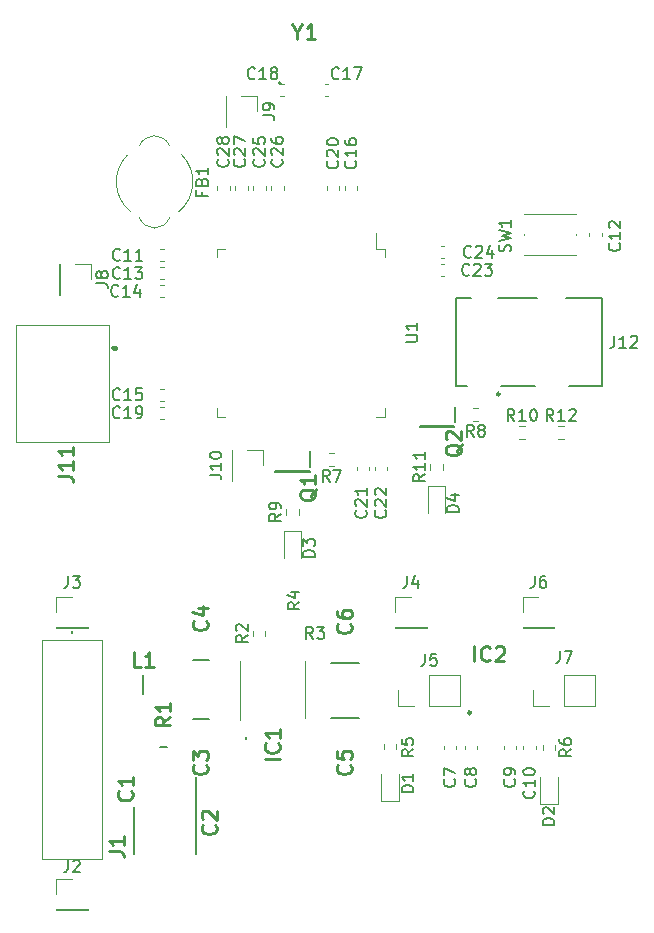
<source format=gbr>
%TF.GenerationSoftware,KiCad,Pcbnew,(5.1.9)-1*%
%TF.CreationDate,2021-03-30T23:29:10-04:00*%
%TF.ProjectId,BasicSTM32,42617369-6353-4544-9d33-322e6b696361,rev?*%
%TF.SameCoordinates,Original*%
%TF.FileFunction,Legend,Top*%
%TF.FilePolarity,Positive*%
%FSLAX46Y46*%
G04 Gerber Fmt 4.6, Leading zero omitted, Abs format (unit mm)*
G04 Created by KiCad (PCBNEW (5.1.9)-1) date 2021-03-30 23:29:10*
%MOMM*%
%LPD*%
G01*
G04 APERTURE LIST*
%ADD10C,0.100000*%
%ADD11C,0.400000*%
%ADD12C,0.120000*%
%ADD13C,0.200000*%
%ADD14C,0.127000*%
%ADD15C,0.240000*%
%ADD16C,0.254000*%
%ADD17C,0.150000*%
G04 APERTURE END LIST*
D10*
%TO.C,J11*%
X64997000Y-106248000D02*
X64997000Y-96348000D01*
X64997000Y-96348000D02*
X72847000Y-96348000D01*
X72847000Y-96348000D02*
X72847000Y-106248000D01*
X72847000Y-106248000D02*
X64997000Y-106248000D01*
D11*
X73247000Y-98298000D02*
X73247000Y-98298000D01*
X73347000Y-98298000D02*
X73347000Y-98298000D01*
X73247000Y-98298000D02*
G75*
G02*
X73347000Y-98298000I50000J0D01*
G01*
X73347000Y-98298000D02*
G75*
G02*
X73247000Y-98298000I-50000J0D01*
G01*
D12*
%TO.C,J2*%
X68393000Y-145856000D02*
X71053000Y-145856000D01*
X68393000Y-145796000D02*
X68393000Y-145856000D01*
X71053000Y-145796000D02*
X71053000Y-145856000D01*
X68393000Y-145796000D02*
X71053000Y-145796000D01*
X68393000Y-144526000D02*
X68393000Y-143196000D01*
X68393000Y-143196000D02*
X69723000Y-143196000D01*
%TO.C,C28*%
X82040000Y-84862580D02*
X82040000Y-84581420D01*
X83060000Y-84862580D02*
X83060000Y-84581420D01*
%TO.C,C27*%
X83564000Y-84849580D02*
X83564000Y-84568420D01*
X84584000Y-84849580D02*
X84584000Y-84568420D01*
D13*
%TO.C,C6*%
X93987000Y-124968000D02*
X91687000Y-124968000D01*
%TO.C,C5*%
X91687000Y-129600000D02*
X93987000Y-129600000D01*
%TO.C,C4*%
X81345000Y-124714000D02*
X79945000Y-124714000D01*
%TO.C,L1*%
X75730000Y-125946000D02*
X75730000Y-127546000D01*
%TO.C,J1*%
X69723000Y-122298000D02*
X69723000Y-122298000D01*
X69723000Y-122398000D02*
X69723000Y-122398000D01*
X69723000Y-122298000D02*
X69723000Y-122298000D01*
D10*
X72223000Y-122948000D02*
X72223000Y-141548000D01*
X67223000Y-122948000D02*
X72223000Y-122948000D01*
X67223000Y-141548000D02*
X67223000Y-122948000D01*
X72223000Y-141548000D02*
X67223000Y-141548000D01*
D13*
X69723000Y-122398000D02*
G75*
G02*
X69723000Y-122298000I0J50000D01*
G01*
X69723000Y-122298000D02*
G75*
G02*
X69723000Y-122398000I0J-50000D01*
G01*
X69723000Y-122398000D02*
G75*
G02*
X69723000Y-122298000I0J50000D01*
G01*
%TO.C,Y1*%
X87408000Y-75841000D02*
X87408000Y-75841000D01*
X87208000Y-75841000D02*
X87208000Y-75841000D01*
X87208000Y-75841000D02*
G75*
G02*
X87408000Y-75841000I100000J0D01*
G01*
X87408000Y-75841000D02*
G75*
G02*
X87208000Y-75841000I-100000J0D01*
G01*
D12*
%TO.C,U1*%
X81983000Y-103377000D02*
X81983000Y-104077000D01*
X81983000Y-104077000D02*
X82683000Y-104077000D01*
X81983000Y-90557000D02*
X81983000Y-89857000D01*
X81983000Y-89857000D02*
X82683000Y-89857000D01*
X96203000Y-103377000D02*
X96203000Y-104077000D01*
X96203000Y-104077000D02*
X95503000Y-104077000D01*
X96203000Y-90557000D02*
X96203000Y-89857000D01*
X96203000Y-89857000D02*
X95503000Y-89857000D01*
X95503000Y-89857000D02*
X95503000Y-88492000D01*
%TO.C,SW1*%
X112392600Y-88696000D02*
X112392600Y-88596000D01*
X107992600Y-90396000D02*
X112392600Y-90396000D01*
X112392600Y-86896000D02*
X107992600Y-86896000D01*
X107992600Y-88696000D02*
X107992600Y-88596000D01*
%TO.C,R12*%
X110887742Y-104887500D02*
X111362258Y-104887500D01*
X110887742Y-105932500D02*
X111362258Y-105932500D01*
%TO.C,R11*%
X100061500Y-108568258D02*
X100061500Y-108093742D01*
X101106500Y-108568258D02*
X101106500Y-108093742D01*
%TO.C,R10*%
X107585742Y-104887500D02*
X108060258Y-104887500D01*
X107585742Y-105932500D02*
X108060258Y-105932500D01*
%TO.C,R9*%
X87869500Y-112378258D02*
X87869500Y-111903742D01*
X88914500Y-112378258D02*
X88914500Y-111903742D01*
%TO.C,R8*%
X104123258Y-104408500D02*
X103648742Y-104408500D01*
X104123258Y-103363500D02*
X103648742Y-103363500D01*
%TO.C,R7*%
X91931258Y-108218500D02*
X91456742Y-108218500D01*
X91931258Y-107173500D02*
X91456742Y-107173500D01*
%TO.C,R6*%
X110631500Y-131842742D02*
X110631500Y-132317258D01*
X109586500Y-131842742D02*
X109586500Y-132317258D01*
%TO.C,R5*%
X97169500Y-131779742D02*
X97169500Y-132254258D01*
X96124500Y-131779742D02*
X96124500Y-132254258D01*
%TO.C,R2*%
X85038500Y-122665258D02*
X85038500Y-122190742D01*
X86083500Y-122665258D02*
X86083500Y-122190742D01*
D13*
%TO.C,R1*%
X77795000Y-132080000D02*
X77145000Y-132080000D01*
%TO.C,Q2*%
X102145000Y-103236000D02*
X102145000Y-104536000D01*
X99185000Y-104886000D02*
X102105000Y-104886000D01*
X99185000Y-104986000D02*
X99185000Y-104886000D01*
X102105000Y-104986000D02*
X99185000Y-104986000D01*
X102105000Y-104886000D02*
X102105000Y-104986000D01*
%TO.C,Q1*%
X89892000Y-107012000D02*
X89892000Y-108312000D01*
X86932000Y-108662000D02*
X89852000Y-108662000D01*
X86932000Y-108762000D02*
X86932000Y-108662000D01*
X89852000Y-108762000D02*
X86932000Y-108762000D01*
X89852000Y-108662000D02*
X89852000Y-108762000D01*
D14*
%TO.C,J12*%
X102262600Y-94062050D02*
X103482600Y-94062050D01*
X105782600Y-94062050D02*
X109132600Y-94062050D01*
X111532600Y-94062050D02*
X114602600Y-94062050D01*
X102262600Y-101517950D02*
X102262600Y-94062050D01*
X114602600Y-101517950D02*
X111782600Y-101517950D01*
X108932600Y-101517950D02*
X106082600Y-101517950D01*
X103182600Y-101517950D02*
X102262600Y-101517950D01*
X114602600Y-94062050D02*
X114602600Y-101517950D01*
D15*
X105952600Y-102171280D02*
G75*
G03*
X105952600Y-102171280I-120000J0D01*
G01*
D12*
%TO.C,J10*%
X83252000Y-106874000D02*
X83252000Y-109534000D01*
X83312000Y-106874000D02*
X83252000Y-106874000D01*
X83312000Y-109534000D02*
X83252000Y-109534000D01*
X83312000Y-106874000D02*
X83312000Y-109534000D01*
X84582000Y-106874000D02*
X85912000Y-106874000D01*
X85912000Y-106874000D02*
X85912000Y-108204000D01*
%TO.C,J9*%
X82744000Y-76902000D02*
X82744000Y-79562000D01*
X82804000Y-76902000D02*
X82744000Y-76902000D01*
X82804000Y-79562000D02*
X82744000Y-79562000D01*
X82804000Y-76902000D02*
X82804000Y-79562000D01*
X84074000Y-76902000D02*
X85404000Y-76902000D01*
X85404000Y-76902000D02*
X85404000Y-78232000D01*
%TO.C,J8*%
X68647000Y-91126000D02*
X68647000Y-93786000D01*
X68707000Y-91126000D02*
X68647000Y-91126000D01*
X68707000Y-93786000D02*
X68647000Y-93786000D01*
X68707000Y-91126000D02*
X68707000Y-93786000D01*
X69977000Y-91126000D02*
X71307000Y-91126000D01*
X71307000Y-91126000D02*
X71307000Y-92456000D01*
%TO.C,J7*%
X113979000Y-128584000D02*
X113979000Y-125924000D01*
X111379000Y-128584000D02*
X113979000Y-128584000D01*
X111379000Y-125924000D02*
X113979000Y-125924000D01*
X111379000Y-128584000D02*
X111379000Y-125924000D01*
X110109000Y-128584000D02*
X108779000Y-128584000D01*
X108779000Y-128584000D02*
X108779000Y-127254000D01*
%TO.C,J6*%
X107890000Y-121980000D02*
X110550000Y-121980000D01*
X107890000Y-121920000D02*
X107890000Y-121980000D01*
X110550000Y-121920000D02*
X110550000Y-121980000D01*
X107890000Y-121920000D02*
X110550000Y-121920000D01*
X107890000Y-120650000D02*
X107890000Y-119320000D01*
X107890000Y-119320000D02*
X109220000Y-119320000D01*
%TO.C,J5*%
X102549000Y-128584000D02*
X102549000Y-125924000D01*
X99949000Y-128584000D02*
X102549000Y-128584000D01*
X99949000Y-125924000D02*
X102549000Y-125924000D01*
X99949000Y-128584000D02*
X99949000Y-125924000D01*
X98679000Y-128584000D02*
X97349000Y-128584000D01*
X97349000Y-128584000D02*
X97349000Y-127254000D01*
%TO.C,J4*%
X97095000Y-121980000D02*
X99755000Y-121980000D01*
X97095000Y-121920000D02*
X97095000Y-121980000D01*
X99755000Y-121920000D02*
X99755000Y-121980000D01*
X97095000Y-121920000D02*
X99755000Y-121920000D01*
X97095000Y-120650000D02*
X97095000Y-119320000D01*
X97095000Y-119320000D02*
X98425000Y-119320000D01*
%TO.C,J3*%
X68393000Y-121980000D02*
X71053000Y-121980000D01*
X68393000Y-121920000D02*
X68393000Y-121980000D01*
X71053000Y-121920000D02*
X71053000Y-121980000D01*
X68393000Y-121920000D02*
X71053000Y-121920000D01*
X68393000Y-120650000D02*
X68393000Y-119320000D01*
X68393000Y-119320000D02*
X69723000Y-119320000D01*
D16*
%TO.C,IC2*%
X103504000Y-129154000D02*
G75*
G03*
X103504000Y-129154000I-125000J0D01*
G01*
D13*
%TO.C,IC1*%
X84481000Y-131354000D02*
X84481000Y-131354000D01*
X84481000Y-131254000D02*
X84481000Y-131254000D01*
X84481000Y-131354000D02*
X84481000Y-131354000D01*
D10*
X89481000Y-129604000D02*
X89481000Y-129604000D01*
X89481000Y-124754000D02*
X89481000Y-129604000D01*
X89481000Y-124754000D02*
X89481000Y-124754000D01*
X89481000Y-129604000D02*
X89481000Y-124754000D01*
X83981000Y-129754000D02*
X83981000Y-129754000D01*
X83981000Y-124754000D02*
X83981000Y-129754000D01*
X83981000Y-124754000D02*
X83981000Y-124754000D01*
X83981000Y-129754000D02*
X83981000Y-124754000D01*
D13*
X84481000Y-131254000D02*
G75*
G02*
X84481000Y-131354000I0J-50000D01*
G01*
X84481000Y-131354000D02*
G75*
G02*
X84481000Y-131254000I0J50000D01*
G01*
X84481000Y-131254000D02*
G75*
G02*
X84481000Y-131354000I0J-50000D01*
G01*
D12*
%TO.C,FB1*%
X75438000Y-81153000D02*
G75*
G02*
X77978000Y-81153000I1270000J-508000D01*
G01*
X77978000Y-87249000D02*
G75*
G02*
X75438000Y-87249000I-1270000J508000D01*
G01*
X79008068Y-81900932D02*
G75*
G02*
X78740000Y-86741000I-2300068J-2300068D01*
G01*
X74688428Y-86725465D02*
G75*
G02*
X74422000Y-81915000I2019572J2524465D01*
G01*
%TO.C,D4*%
X101319000Y-112204500D02*
X101319000Y-109919500D01*
X101319000Y-109919500D02*
X99849000Y-109919500D01*
X99849000Y-109919500D02*
X99849000Y-112204500D01*
%TO.C,D3*%
X89127000Y-116014500D02*
X89127000Y-113729500D01*
X89127000Y-113729500D02*
X87657000Y-113729500D01*
X87657000Y-113729500D02*
X87657000Y-116014500D01*
%TO.C,D2*%
X109374000Y-134582000D02*
X109374000Y-136867000D01*
X109374000Y-136867000D02*
X110844000Y-136867000D01*
X110844000Y-136867000D02*
X110844000Y-134582000D01*
%TO.C,D1*%
X95912000Y-134328000D02*
X95912000Y-136613000D01*
X95912000Y-136613000D02*
X97382000Y-136613000D01*
X97382000Y-136613000D02*
X97382000Y-134328000D01*
%TO.C,C26*%
X86612000Y-84849580D02*
X86612000Y-84568420D01*
X87632000Y-84849580D02*
X87632000Y-84568420D01*
%TO.C,C25*%
X85088000Y-84849580D02*
X85088000Y-84568420D01*
X86108000Y-84849580D02*
X86108000Y-84568420D01*
%TO.C,C24*%
X100951420Y-89660000D02*
X101232580Y-89660000D01*
X100951420Y-90680000D02*
X101232580Y-90680000D01*
%TO.C,C23*%
X100951420Y-91184000D02*
X101232580Y-91184000D01*
X100951420Y-92204000D02*
X101232580Y-92204000D01*
%TO.C,C22*%
X96395000Y-108304420D02*
X96395000Y-108585580D01*
X95375000Y-108304420D02*
X95375000Y-108585580D01*
%TO.C,C21*%
X94871000Y-108304420D02*
X94871000Y-108585580D01*
X93851000Y-108304420D02*
X93851000Y-108585580D01*
%TO.C,C20*%
X91311000Y-84849580D02*
X91311000Y-84568420D01*
X92331000Y-84849580D02*
X92331000Y-84568420D01*
%TO.C,C19*%
X77483580Y-104269000D02*
X77202420Y-104269000D01*
X77483580Y-103249000D02*
X77202420Y-103249000D01*
%TO.C,C18*%
X87656580Y-76964000D02*
X87375420Y-76964000D01*
X87656580Y-75944000D02*
X87375420Y-75944000D01*
%TO.C,C17*%
X91440580Y-76964000D02*
X91159420Y-76964000D01*
X91440580Y-75944000D02*
X91159420Y-75944000D01*
%TO.C,C16*%
X92835000Y-84849580D02*
X92835000Y-84568420D01*
X93855000Y-84849580D02*
X93855000Y-84568420D01*
%TO.C,C15*%
X77483580Y-102745000D02*
X77202420Y-102745000D01*
X77483580Y-101725000D02*
X77202420Y-101725000D01*
%TO.C,C14*%
X77483580Y-93982000D02*
X77202420Y-93982000D01*
X77483580Y-92962000D02*
X77202420Y-92962000D01*
%TO.C,C13*%
X77483580Y-92458000D02*
X77202420Y-92458000D01*
X77483580Y-91438000D02*
X77202420Y-91438000D01*
%TO.C,C12*%
X113536000Y-88786580D02*
X113536000Y-88505420D01*
X114556000Y-88786580D02*
X114556000Y-88505420D01*
%TO.C,C11*%
X77483580Y-90934000D02*
X77202420Y-90934000D01*
X77483580Y-89914000D02*
X77202420Y-89914000D01*
%TO.C,C10*%
X108968000Y-131939420D02*
X108968000Y-132220580D01*
X107948000Y-131939420D02*
X107948000Y-132220580D01*
%TO.C,C9*%
X107317000Y-131939420D02*
X107317000Y-132220580D01*
X106297000Y-131939420D02*
X106297000Y-132220580D01*
%TO.C,C8*%
X104015000Y-131939420D02*
X104015000Y-132220580D01*
X102995000Y-131939420D02*
X102995000Y-132220580D01*
%TO.C,C7*%
X102237000Y-131939420D02*
X102237000Y-132220580D01*
X101217000Y-131939420D02*
X101217000Y-132220580D01*
D13*
%TO.C,C3*%
X79945000Y-129718000D02*
X81345000Y-129718000D01*
%TO.C,C2*%
X74947000Y-137105000D02*
X74947000Y-141080000D01*
X80247000Y-134605000D02*
X80247000Y-141080000D01*
%TO.C,J11*%
D16*
X68519523Y-109105095D02*
X69426666Y-109105095D01*
X69608095Y-109165571D01*
X69729047Y-109286523D01*
X69789523Y-109467952D01*
X69789523Y-109588904D01*
X69789523Y-107835095D02*
X69789523Y-108560809D01*
X69789523Y-108197952D02*
X68519523Y-108197952D01*
X68700952Y-108318904D01*
X68821904Y-108439857D01*
X68882380Y-108560809D01*
X69789523Y-106625571D02*
X69789523Y-107351285D01*
X69789523Y-106988428D02*
X68519523Y-106988428D01*
X68700952Y-107109380D01*
X68821904Y-107230333D01*
X68882380Y-107351285D01*
%TO.C,J2*%
D17*
X69389666Y-141648380D02*
X69389666Y-142362666D01*
X69342047Y-142505523D01*
X69246809Y-142600761D01*
X69103952Y-142648380D01*
X69008714Y-142648380D01*
X69818238Y-141743619D02*
X69865857Y-141696000D01*
X69961095Y-141648380D01*
X70199190Y-141648380D01*
X70294428Y-141696000D01*
X70342047Y-141743619D01*
X70389666Y-141838857D01*
X70389666Y-141934095D01*
X70342047Y-142076952D01*
X69770619Y-142648380D01*
X70389666Y-142648380D01*
%TO.C,C28*%
X82907142Y-82303857D02*
X82954761Y-82351476D01*
X83002380Y-82494333D01*
X83002380Y-82589571D01*
X82954761Y-82732428D01*
X82859523Y-82827666D01*
X82764285Y-82875285D01*
X82573809Y-82922904D01*
X82430952Y-82922904D01*
X82240476Y-82875285D01*
X82145238Y-82827666D01*
X82050000Y-82732428D01*
X82002380Y-82589571D01*
X82002380Y-82494333D01*
X82050000Y-82351476D01*
X82097619Y-82303857D01*
X82097619Y-81922904D02*
X82050000Y-81875285D01*
X82002380Y-81780047D01*
X82002380Y-81541952D01*
X82050000Y-81446714D01*
X82097619Y-81399095D01*
X82192857Y-81351476D01*
X82288095Y-81351476D01*
X82430952Y-81399095D01*
X83002380Y-81970523D01*
X83002380Y-81351476D01*
X82430952Y-80780047D02*
X82383333Y-80875285D01*
X82335714Y-80922904D01*
X82240476Y-80970523D01*
X82192857Y-80970523D01*
X82097619Y-80922904D01*
X82050000Y-80875285D01*
X82002380Y-80780047D01*
X82002380Y-80589571D01*
X82050000Y-80494333D01*
X82097619Y-80446714D01*
X82192857Y-80399095D01*
X82240476Y-80399095D01*
X82335714Y-80446714D01*
X82383333Y-80494333D01*
X82430952Y-80589571D01*
X82430952Y-80780047D01*
X82478571Y-80875285D01*
X82526190Y-80922904D01*
X82621428Y-80970523D01*
X82811904Y-80970523D01*
X82907142Y-80922904D01*
X82954761Y-80875285D01*
X83002380Y-80780047D01*
X83002380Y-80589571D01*
X82954761Y-80494333D01*
X82907142Y-80446714D01*
X82811904Y-80399095D01*
X82621428Y-80399095D01*
X82526190Y-80446714D01*
X82478571Y-80494333D01*
X82430952Y-80589571D01*
%TO.C,C27*%
X84304142Y-82303857D02*
X84351761Y-82351476D01*
X84399380Y-82494333D01*
X84399380Y-82589571D01*
X84351761Y-82732428D01*
X84256523Y-82827666D01*
X84161285Y-82875285D01*
X83970809Y-82922904D01*
X83827952Y-82922904D01*
X83637476Y-82875285D01*
X83542238Y-82827666D01*
X83447000Y-82732428D01*
X83399380Y-82589571D01*
X83399380Y-82494333D01*
X83447000Y-82351476D01*
X83494619Y-82303857D01*
X83494619Y-81922904D02*
X83447000Y-81875285D01*
X83399380Y-81780047D01*
X83399380Y-81541952D01*
X83447000Y-81446714D01*
X83494619Y-81399095D01*
X83589857Y-81351476D01*
X83685095Y-81351476D01*
X83827952Y-81399095D01*
X84399380Y-81970523D01*
X84399380Y-81351476D01*
X83399380Y-81018142D02*
X83399380Y-80351476D01*
X84399380Y-80780047D01*
%TO.C,C6*%
D16*
X93290571Y-121623666D02*
X93351047Y-121684142D01*
X93411523Y-121865571D01*
X93411523Y-121986523D01*
X93351047Y-122167952D01*
X93230095Y-122288904D01*
X93109142Y-122349380D01*
X92867238Y-122409857D01*
X92685809Y-122409857D01*
X92443904Y-122349380D01*
X92322952Y-122288904D01*
X92202000Y-122167952D01*
X92141523Y-121986523D01*
X92141523Y-121865571D01*
X92202000Y-121684142D01*
X92262476Y-121623666D01*
X92141523Y-120535095D02*
X92141523Y-120777000D01*
X92202000Y-120897952D01*
X92262476Y-120958428D01*
X92443904Y-121079380D01*
X92685809Y-121139857D01*
X93169619Y-121139857D01*
X93290571Y-121079380D01*
X93351047Y-121018904D01*
X93411523Y-120897952D01*
X93411523Y-120656047D01*
X93351047Y-120535095D01*
X93290571Y-120474619D01*
X93169619Y-120414142D01*
X92867238Y-120414142D01*
X92746285Y-120474619D01*
X92685809Y-120535095D01*
X92625333Y-120656047D01*
X92625333Y-120897952D01*
X92685809Y-121018904D01*
X92746285Y-121079380D01*
X92867238Y-121139857D01*
%TO.C,C5*%
X93290571Y-133561666D02*
X93351047Y-133622142D01*
X93411523Y-133803571D01*
X93411523Y-133924523D01*
X93351047Y-134105952D01*
X93230095Y-134226904D01*
X93109142Y-134287380D01*
X92867238Y-134347857D01*
X92685809Y-134347857D01*
X92443904Y-134287380D01*
X92322952Y-134226904D01*
X92202000Y-134105952D01*
X92141523Y-133924523D01*
X92141523Y-133803571D01*
X92202000Y-133622142D01*
X92262476Y-133561666D01*
X92141523Y-132412619D02*
X92141523Y-133017380D01*
X92746285Y-133077857D01*
X92685809Y-133017380D01*
X92625333Y-132896428D01*
X92625333Y-132594047D01*
X92685809Y-132473095D01*
X92746285Y-132412619D01*
X92867238Y-132352142D01*
X93169619Y-132352142D01*
X93290571Y-132412619D01*
X93351047Y-132473095D01*
X93411523Y-132594047D01*
X93411523Y-132896428D01*
X93351047Y-133017380D01*
X93290571Y-133077857D01*
%TO.C,C4*%
X81098571Y-121369666D02*
X81159047Y-121430142D01*
X81219523Y-121611571D01*
X81219523Y-121732523D01*
X81159047Y-121913952D01*
X81038095Y-122034904D01*
X80917142Y-122095380D01*
X80675238Y-122155857D01*
X80493809Y-122155857D01*
X80251904Y-122095380D01*
X80130952Y-122034904D01*
X80010000Y-121913952D01*
X79949523Y-121732523D01*
X79949523Y-121611571D01*
X80010000Y-121430142D01*
X80070476Y-121369666D01*
X80372857Y-120281095D02*
X81219523Y-120281095D01*
X79889047Y-120583476D02*
X80796190Y-120885857D01*
X80796190Y-120099666D01*
%TO.C,L1*%
X75556333Y-125288523D02*
X74951571Y-125288523D01*
X74951571Y-124018523D01*
X76644904Y-125288523D02*
X75919190Y-125288523D01*
X76282047Y-125288523D02*
X76282047Y-124018523D01*
X76161095Y-124199952D01*
X76040142Y-124320904D01*
X75919190Y-124381380D01*
%TO.C,J1*%
X72837523Y-140885333D02*
X73744666Y-140885333D01*
X73926095Y-140945809D01*
X74047047Y-141066761D01*
X74107523Y-141248190D01*
X74107523Y-141369142D01*
X74107523Y-139615333D02*
X74107523Y-140341047D01*
X74107523Y-139978190D02*
X72837523Y-139978190D01*
X73018952Y-140099142D01*
X73139904Y-140220095D01*
X73200380Y-140341047D01*
%TO.C,Y1*%
X88803238Y-71470761D02*
X88803238Y-72075523D01*
X88379904Y-70805523D02*
X88803238Y-71470761D01*
X89226571Y-70805523D01*
X90315142Y-72075523D02*
X89589428Y-72075523D01*
X89952285Y-72075523D02*
X89952285Y-70805523D01*
X89831333Y-70986952D01*
X89710380Y-71107904D01*
X89589428Y-71168380D01*
%TO.C,U1*%
D17*
X97965380Y-97728904D02*
X98774904Y-97728904D01*
X98870142Y-97681285D01*
X98917761Y-97633666D01*
X98965380Y-97538428D01*
X98965380Y-97347952D01*
X98917761Y-97252714D01*
X98870142Y-97205095D01*
X98774904Y-97157476D01*
X97965380Y-97157476D01*
X98965380Y-96157476D02*
X98965380Y-96728904D01*
X98965380Y-96443190D02*
X97965380Y-96443190D01*
X98108238Y-96538428D01*
X98203476Y-96633666D01*
X98251095Y-96728904D01*
%TO.C,SW1*%
X106812761Y-90080933D02*
X106860380Y-89938076D01*
X106860380Y-89699980D01*
X106812761Y-89604742D01*
X106765142Y-89557123D01*
X106669904Y-89509504D01*
X106574666Y-89509504D01*
X106479428Y-89557123D01*
X106431809Y-89604742D01*
X106384190Y-89699980D01*
X106336571Y-89890457D01*
X106288952Y-89985695D01*
X106241333Y-90033314D01*
X106146095Y-90080933D01*
X106050857Y-90080933D01*
X105955619Y-90033314D01*
X105908000Y-89985695D01*
X105860380Y-89890457D01*
X105860380Y-89652361D01*
X105908000Y-89509504D01*
X105860380Y-89176171D02*
X106860380Y-88938076D01*
X106146095Y-88747600D01*
X106860380Y-88557123D01*
X105860380Y-88319028D01*
X106860380Y-87414266D02*
X106860380Y-87985695D01*
X106860380Y-87699980D02*
X105860380Y-87699980D01*
X106003238Y-87795219D01*
X106098476Y-87890457D01*
X106146095Y-87985695D01*
%TO.C,R12*%
X110482142Y-104432380D02*
X110148809Y-103956190D01*
X109910714Y-104432380D02*
X109910714Y-103432380D01*
X110291666Y-103432380D01*
X110386904Y-103480000D01*
X110434523Y-103527619D01*
X110482142Y-103622857D01*
X110482142Y-103765714D01*
X110434523Y-103860952D01*
X110386904Y-103908571D01*
X110291666Y-103956190D01*
X109910714Y-103956190D01*
X111434523Y-104432380D02*
X110863095Y-104432380D01*
X111148809Y-104432380D02*
X111148809Y-103432380D01*
X111053571Y-103575238D01*
X110958333Y-103670476D01*
X110863095Y-103718095D01*
X111815476Y-103527619D02*
X111863095Y-103480000D01*
X111958333Y-103432380D01*
X112196428Y-103432380D01*
X112291666Y-103480000D01*
X112339285Y-103527619D01*
X112386904Y-103622857D01*
X112386904Y-103718095D01*
X112339285Y-103860952D01*
X111767857Y-104432380D01*
X112386904Y-104432380D01*
%TO.C,R11*%
X99606380Y-108973857D02*
X99130190Y-109307190D01*
X99606380Y-109545285D02*
X98606380Y-109545285D01*
X98606380Y-109164333D01*
X98654000Y-109069095D01*
X98701619Y-109021476D01*
X98796857Y-108973857D01*
X98939714Y-108973857D01*
X99034952Y-109021476D01*
X99082571Y-109069095D01*
X99130190Y-109164333D01*
X99130190Y-109545285D01*
X99606380Y-108021476D02*
X99606380Y-108592904D01*
X99606380Y-108307190D02*
X98606380Y-108307190D01*
X98749238Y-108402428D01*
X98844476Y-108497666D01*
X98892095Y-108592904D01*
X99606380Y-107069095D02*
X99606380Y-107640523D01*
X99606380Y-107354809D02*
X98606380Y-107354809D01*
X98749238Y-107450047D01*
X98844476Y-107545285D01*
X98892095Y-107640523D01*
%TO.C,R10*%
X107180142Y-104432380D02*
X106846809Y-103956190D01*
X106608714Y-104432380D02*
X106608714Y-103432380D01*
X106989666Y-103432380D01*
X107084904Y-103480000D01*
X107132523Y-103527619D01*
X107180142Y-103622857D01*
X107180142Y-103765714D01*
X107132523Y-103860952D01*
X107084904Y-103908571D01*
X106989666Y-103956190D01*
X106608714Y-103956190D01*
X108132523Y-104432380D02*
X107561095Y-104432380D01*
X107846809Y-104432380D02*
X107846809Y-103432380D01*
X107751571Y-103575238D01*
X107656333Y-103670476D01*
X107561095Y-103718095D01*
X108751571Y-103432380D02*
X108846809Y-103432380D01*
X108942047Y-103480000D01*
X108989666Y-103527619D01*
X109037285Y-103622857D01*
X109084904Y-103813333D01*
X109084904Y-104051428D01*
X109037285Y-104241904D01*
X108989666Y-104337142D01*
X108942047Y-104384761D01*
X108846809Y-104432380D01*
X108751571Y-104432380D01*
X108656333Y-104384761D01*
X108608714Y-104337142D01*
X108561095Y-104241904D01*
X108513476Y-104051428D01*
X108513476Y-103813333D01*
X108561095Y-103622857D01*
X108608714Y-103527619D01*
X108656333Y-103480000D01*
X108751571Y-103432380D01*
%TO.C,R9*%
X87414380Y-112307666D02*
X86938190Y-112641000D01*
X87414380Y-112879095D02*
X86414380Y-112879095D01*
X86414380Y-112498142D01*
X86462000Y-112402904D01*
X86509619Y-112355285D01*
X86604857Y-112307666D01*
X86747714Y-112307666D01*
X86842952Y-112355285D01*
X86890571Y-112402904D01*
X86938190Y-112498142D01*
X86938190Y-112879095D01*
X87414380Y-111831476D02*
X87414380Y-111641000D01*
X87366761Y-111545761D01*
X87319142Y-111498142D01*
X87176285Y-111402904D01*
X86985809Y-111355285D01*
X86604857Y-111355285D01*
X86509619Y-111402904D01*
X86462000Y-111450523D01*
X86414380Y-111545761D01*
X86414380Y-111736238D01*
X86462000Y-111831476D01*
X86509619Y-111879095D01*
X86604857Y-111926714D01*
X86842952Y-111926714D01*
X86938190Y-111879095D01*
X86985809Y-111831476D01*
X87033428Y-111736238D01*
X87033428Y-111545761D01*
X86985809Y-111450523D01*
X86938190Y-111402904D01*
X86842952Y-111355285D01*
%TO.C,R8*%
X103719333Y-105768380D02*
X103386000Y-105292190D01*
X103147904Y-105768380D02*
X103147904Y-104768380D01*
X103528857Y-104768380D01*
X103624095Y-104816000D01*
X103671714Y-104863619D01*
X103719333Y-104958857D01*
X103719333Y-105101714D01*
X103671714Y-105196952D01*
X103624095Y-105244571D01*
X103528857Y-105292190D01*
X103147904Y-105292190D01*
X104290761Y-105196952D02*
X104195523Y-105149333D01*
X104147904Y-105101714D01*
X104100285Y-105006476D01*
X104100285Y-104958857D01*
X104147904Y-104863619D01*
X104195523Y-104816000D01*
X104290761Y-104768380D01*
X104481238Y-104768380D01*
X104576476Y-104816000D01*
X104624095Y-104863619D01*
X104671714Y-104958857D01*
X104671714Y-105006476D01*
X104624095Y-105101714D01*
X104576476Y-105149333D01*
X104481238Y-105196952D01*
X104290761Y-105196952D01*
X104195523Y-105244571D01*
X104147904Y-105292190D01*
X104100285Y-105387428D01*
X104100285Y-105577904D01*
X104147904Y-105673142D01*
X104195523Y-105720761D01*
X104290761Y-105768380D01*
X104481238Y-105768380D01*
X104576476Y-105720761D01*
X104624095Y-105673142D01*
X104671714Y-105577904D01*
X104671714Y-105387428D01*
X104624095Y-105292190D01*
X104576476Y-105244571D01*
X104481238Y-105196952D01*
%TO.C,R7*%
X91527333Y-109578380D02*
X91194000Y-109102190D01*
X90955904Y-109578380D02*
X90955904Y-108578380D01*
X91336857Y-108578380D01*
X91432095Y-108626000D01*
X91479714Y-108673619D01*
X91527333Y-108768857D01*
X91527333Y-108911714D01*
X91479714Y-109006952D01*
X91432095Y-109054571D01*
X91336857Y-109102190D01*
X90955904Y-109102190D01*
X91860666Y-108578380D02*
X92527333Y-108578380D01*
X92098761Y-109578380D01*
%TO.C,R6*%
X111991380Y-132246666D02*
X111515190Y-132580000D01*
X111991380Y-132818095D02*
X110991380Y-132818095D01*
X110991380Y-132437142D01*
X111039000Y-132341904D01*
X111086619Y-132294285D01*
X111181857Y-132246666D01*
X111324714Y-132246666D01*
X111419952Y-132294285D01*
X111467571Y-132341904D01*
X111515190Y-132437142D01*
X111515190Y-132818095D01*
X110991380Y-131389523D02*
X110991380Y-131580000D01*
X111039000Y-131675238D01*
X111086619Y-131722857D01*
X111229476Y-131818095D01*
X111419952Y-131865714D01*
X111800904Y-131865714D01*
X111896142Y-131818095D01*
X111943761Y-131770476D01*
X111991380Y-131675238D01*
X111991380Y-131484761D01*
X111943761Y-131389523D01*
X111896142Y-131341904D01*
X111800904Y-131294285D01*
X111562809Y-131294285D01*
X111467571Y-131341904D01*
X111419952Y-131389523D01*
X111372333Y-131484761D01*
X111372333Y-131675238D01*
X111419952Y-131770476D01*
X111467571Y-131818095D01*
X111562809Y-131865714D01*
%TO.C,R5*%
X98623380Y-132246666D02*
X98147190Y-132580000D01*
X98623380Y-132818095D02*
X97623380Y-132818095D01*
X97623380Y-132437142D01*
X97671000Y-132341904D01*
X97718619Y-132294285D01*
X97813857Y-132246666D01*
X97956714Y-132246666D01*
X98051952Y-132294285D01*
X98099571Y-132341904D01*
X98147190Y-132437142D01*
X98147190Y-132818095D01*
X97623380Y-131341904D02*
X97623380Y-131818095D01*
X98099571Y-131865714D01*
X98051952Y-131818095D01*
X98004333Y-131722857D01*
X98004333Y-131484761D01*
X98051952Y-131389523D01*
X98099571Y-131341904D01*
X98194809Y-131294285D01*
X98432904Y-131294285D01*
X98528142Y-131341904D01*
X98575761Y-131389523D01*
X98623380Y-131484761D01*
X98623380Y-131722857D01*
X98575761Y-131818095D01*
X98528142Y-131865714D01*
%TO.C,R4*%
X88971380Y-119800666D02*
X88495190Y-120134000D01*
X88971380Y-120372095D02*
X87971380Y-120372095D01*
X87971380Y-119991142D01*
X88019000Y-119895904D01*
X88066619Y-119848285D01*
X88161857Y-119800666D01*
X88304714Y-119800666D01*
X88399952Y-119848285D01*
X88447571Y-119895904D01*
X88495190Y-119991142D01*
X88495190Y-120372095D01*
X88304714Y-118943523D02*
X88971380Y-118943523D01*
X87923761Y-119181619D02*
X88638047Y-119419714D01*
X88638047Y-118800666D01*
%TO.C,R3*%
X90130333Y-122880380D02*
X89797000Y-122404190D01*
X89558904Y-122880380D02*
X89558904Y-121880380D01*
X89939857Y-121880380D01*
X90035095Y-121928000D01*
X90082714Y-121975619D01*
X90130333Y-122070857D01*
X90130333Y-122213714D01*
X90082714Y-122308952D01*
X90035095Y-122356571D01*
X89939857Y-122404190D01*
X89558904Y-122404190D01*
X90463666Y-121880380D02*
X91082714Y-121880380D01*
X90749380Y-122261333D01*
X90892238Y-122261333D01*
X90987476Y-122308952D01*
X91035095Y-122356571D01*
X91082714Y-122451809D01*
X91082714Y-122689904D01*
X91035095Y-122785142D01*
X90987476Y-122832761D01*
X90892238Y-122880380D01*
X90606523Y-122880380D01*
X90511285Y-122832761D01*
X90463666Y-122785142D01*
%TO.C,R2*%
X84583380Y-122594666D02*
X84107190Y-122928000D01*
X84583380Y-123166095D02*
X83583380Y-123166095D01*
X83583380Y-122785142D01*
X83631000Y-122689904D01*
X83678619Y-122642285D01*
X83773857Y-122594666D01*
X83916714Y-122594666D01*
X84011952Y-122642285D01*
X84059571Y-122689904D01*
X84107190Y-122785142D01*
X84107190Y-123166095D01*
X83678619Y-122213714D02*
X83631000Y-122166095D01*
X83583380Y-122070857D01*
X83583380Y-121832761D01*
X83631000Y-121737523D01*
X83678619Y-121689904D01*
X83773857Y-121642285D01*
X83869095Y-121642285D01*
X84011952Y-121689904D01*
X84583380Y-122261333D01*
X84583380Y-121642285D01*
%TO.C,R1*%
D16*
X78044523Y-129497666D02*
X77439761Y-129921000D01*
X78044523Y-130223380D02*
X76774523Y-130223380D01*
X76774523Y-129739571D01*
X76835000Y-129618619D01*
X76895476Y-129558142D01*
X77016428Y-129497666D01*
X77197857Y-129497666D01*
X77318809Y-129558142D01*
X77379285Y-129618619D01*
X77439761Y-129739571D01*
X77439761Y-130223380D01*
X78044523Y-128288142D02*
X78044523Y-129013857D01*
X78044523Y-128651000D02*
X76774523Y-128651000D01*
X76955952Y-128771952D01*
X77076904Y-128892904D01*
X77137380Y-129013857D01*
%TO.C,Q2*%
X102746476Y-106431952D02*
X102686000Y-106552904D01*
X102565047Y-106673857D01*
X102383619Y-106855285D01*
X102323142Y-106976238D01*
X102323142Y-107097190D01*
X102625523Y-107036714D02*
X102565047Y-107157666D01*
X102444095Y-107278619D01*
X102202190Y-107339095D01*
X101778857Y-107339095D01*
X101536952Y-107278619D01*
X101416000Y-107157666D01*
X101355523Y-107036714D01*
X101355523Y-106794809D01*
X101416000Y-106673857D01*
X101536952Y-106552904D01*
X101778857Y-106492428D01*
X102202190Y-106492428D01*
X102444095Y-106552904D01*
X102565047Y-106673857D01*
X102625523Y-106794809D01*
X102625523Y-107036714D01*
X101476476Y-106008619D02*
X101416000Y-105948142D01*
X101355523Y-105827190D01*
X101355523Y-105524809D01*
X101416000Y-105403857D01*
X101476476Y-105343380D01*
X101597428Y-105282904D01*
X101718380Y-105282904D01*
X101899809Y-105343380D01*
X102625523Y-106069095D01*
X102625523Y-105282904D01*
%TO.C,Q1*%
X90423476Y-110195952D02*
X90363000Y-110316904D01*
X90242047Y-110437857D01*
X90060619Y-110619285D01*
X90000142Y-110740238D01*
X90000142Y-110861190D01*
X90302523Y-110800714D02*
X90242047Y-110921666D01*
X90121095Y-111042619D01*
X89879190Y-111103095D01*
X89455857Y-111103095D01*
X89213952Y-111042619D01*
X89093000Y-110921666D01*
X89032523Y-110800714D01*
X89032523Y-110558809D01*
X89093000Y-110437857D01*
X89213952Y-110316904D01*
X89455857Y-110256428D01*
X89879190Y-110256428D01*
X90121095Y-110316904D01*
X90242047Y-110437857D01*
X90302523Y-110558809D01*
X90302523Y-110800714D01*
X90302523Y-109046904D02*
X90302523Y-109772619D01*
X90302523Y-109409761D02*
X89032523Y-109409761D01*
X89213952Y-109530714D01*
X89334904Y-109651666D01*
X89395380Y-109772619D01*
%TO.C,J12*%
D17*
X115649476Y-97242380D02*
X115649476Y-97956666D01*
X115601857Y-98099523D01*
X115506619Y-98194761D01*
X115363761Y-98242380D01*
X115268523Y-98242380D01*
X116649476Y-98242380D02*
X116078047Y-98242380D01*
X116363761Y-98242380D02*
X116363761Y-97242380D01*
X116268523Y-97385238D01*
X116173285Y-97480476D01*
X116078047Y-97528095D01*
X117030428Y-97337619D02*
X117078047Y-97290000D01*
X117173285Y-97242380D01*
X117411380Y-97242380D01*
X117506619Y-97290000D01*
X117554238Y-97337619D01*
X117601857Y-97432857D01*
X117601857Y-97528095D01*
X117554238Y-97670952D01*
X116982809Y-98242380D01*
X117601857Y-98242380D01*
%TO.C,J10*%
X81367380Y-109013523D02*
X82081666Y-109013523D01*
X82224523Y-109061142D01*
X82319761Y-109156380D01*
X82367380Y-109299238D01*
X82367380Y-109394476D01*
X82367380Y-108013523D02*
X82367380Y-108584952D01*
X82367380Y-108299238D02*
X81367380Y-108299238D01*
X81510238Y-108394476D01*
X81605476Y-108489714D01*
X81653095Y-108584952D01*
X81367380Y-107394476D02*
X81367380Y-107299238D01*
X81415000Y-107204000D01*
X81462619Y-107156380D01*
X81557857Y-107108761D01*
X81748333Y-107061142D01*
X81986428Y-107061142D01*
X82176904Y-107108761D01*
X82272142Y-107156380D01*
X82319761Y-107204000D01*
X82367380Y-107299238D01*
X82367380Y-107394476D01*
X82319761Y-107489714D01*
X82272142Y-107537333D01*
X82176904Y-107584952D01*
X81986428Y-107632571D01*
X81748333Y-107632571D01*
X81557857Y-107584952D01*
X81462619Y-107537333D01*
X81415000Y-107489714D01*
X81367380Y-107394476D01*
%TO.C,J9*%
X85856380Y-78565333D02*
X86570666Y-78565333D01*
X86713523Y-78612952D01*
X86808761Y-78708190D01*
X86856380Y-78851047D01*
X86856380Y-78946285D01*
X86856380Y-78041523D02*
X86856380Y-77851047D01*
X86808761Y-77755809D01*
X86761142Y-77708190D01*
X86618285Y-77612952D01*
X86427809Y-77565333D01*
X86046857Y-77565333D01*
X85951619Y-77612952D01*
X85904000Y-77660571D01*
X85856380Y-77755809D01*
X85856380Y-77946285D01*
X85904000Y-78041523D01*
X85951619Y-78089142D01*
X86046857Y-78136761D01*
X86284952Y-78136761D01*
X86380190Y-78089142D01*
X86427809Y-78041523D01*
X86475428Y-77946285D01*
X86475428Y-77755809D01*
X86427809Y-77660571D01*
X86380190Y-77612952D01*
X86284952Y-77565333D01*
%TO.C,J8*%
X71759380Y-92789333D02*
X72473666Y-92789333D01*
X72616523Y-92836952D01*
X72711761Y-92932190D01*
X72759380Y-93075047D01*
X72759380Y-93170285D01*
X72187952Y-92170285D02*
X72140333Y-92265523D01*
X72092714Y-92313142D01*
X71997476Y-92360761D01*
X71949857Y-92360761D01*
X71854619Y-92313142D01*
X71807000Y-92265523D01*
X71759380Y-92170285D01*
X71759380Y-91979809D01*
X71807000Y-91884571D01*
X71854619Y-91836952D01*
X71949857Y-91789333D01*
X71997476Y-91789333D01*
X72092714Y-91836952D01*
X72140333Y-91884571D01*
X72187952Y-91979809D01*
X72187952Y-92170285D01*
X72235571Y-92265523D01*
X72283190Y-92313142D01*
X72378428Y-92360761D01*
X72568904Y-92360761D01*
X72664142Y-92313142D01*
X72711761Y-92265523D01*
X72759380Y-92170285D01*
X72759380Y-91979809D01*
X72711761Y-91884571D01*
X72664142Y-91836952D01*
X72568904Y-91789333D01*
X72378428Y-91789333D01*
X72283190Y-91836952D01*
X72235571Y-91884571D01*
X72187952Y-91979809D01*
%TO.C,J7*%
X111045666Y-123912380D02*
X111045666Y-124626666D01*
X110998047Y-124769523D01*
X110902809Y-124864761D01*
X110759952Y-124912380D01*
X110664714Y-124912380D01*
X111426619Y-123912380D02*
X112093285Y-123912380D01*
X111664714Y-124912380D01*
%TO.C,J6*%
X108886666Y-117562380D02*
X108886666Y-118276666D01*
X108839047Y-118419523D01*
X108743809Y-118514761D01*
X108600952Y-118562380D01*
X108505714Y-118562380D01*
X109791428Y-117562380D02*
X109600952Y-117562380D01*
X109505714Y-117610000D01*
X109458095Y-117657619D01*
X109362857Y-117800476D01*
X109315238Y-117990952D01*
X109315238Y-118371904D01*
X109362857Y-118467142D01*
X109410476Y-118514761D01*
X109505714Y-118562380D01*
X109696190Y-118562380D01*
X109791428Y-118514761D01*
X109839047Y-118467142D01*
X109886666Y-118371904D01*
X109886666Y-118133809D01*
X109839047Y-118038571D01*
X109791428Y-117990952D01*
X109696190Y-117943333D01*
X109505714Y-117943333D01*
X109410476Y-117990952D01*
X109362857Y-118038571D01*
X109315238Y-118133809D01*
%TO.C,J5*%
X99615666Y-124166380D02*
X99615666Y-124880666D01*
X99568047Y-125023523D01*
X99472809Y-125118761D01*
X99329952Y-125166380D01*
X99234714Y-125166380D01*
X100568047Y-124166380D02*
X100091857Y-124166380D01*
X100044238Y-124642571D01*
X100091857Y-124594952D01*
X100187095Y-124547333D01*
X100425190Y-124547333D01*
X100520428Y-124594952D01*
X100568047Y-124642571D01*
X100615666Y-124737809D01*
X100615666Y-124975904D01*
X100568047Y-125071142D01*
X100520428Y-125118761D01*
X100425190Y-125166380D01*
X100187095Y-125166380D01*
X100091857Y-125118761D01*
X100044238Y-125071142D01*
%TO.C,J4*%
X98091666Y-117562380D02*
X98091666Y-118276666D01*
X98044047Y-118419523D01*
X97948809Y-118514761D01*
X97805952Y-118562380D01*
X97710714Y-118562380D01*
X98996428Y-117895714D02*
X98996428Y-118562380D01*
X98758333Y-117514761D02*
X98520238Y-118229047D01*
X99139285Y-118229047D01*
%TO.C,J3*%
X69389666Y-117562380D02*
X69389666Y-118276666D01*
X69342047Y-118419523D01*
X69246809Y-118514761D01*
X69103952Y-118562380D01*
X69008714Y-118562380D01*
X69770619Y-117562380D02*
X70389666Y-117562380D01*
X70056333Y-117943333D01*
X70199190Y-117943333D01*
X70294428Y-117990952D01*
X70342047Y-118038571D01*
X70389666Y-118133809D01*
X70389666Y-118371904D01*
X70342047Y-118467142D01*
X70294428Y-118514761D01*
X70199190Y-118562380D01*
X69913476Y-118562380D01*
X69818238Y-118514761D01*
X69770619Y-118467142D01*
%TO.C,IC2*%
D16*
X103789238Y-124780523D02*
X103789238Y-123510523D01*
X105119714Y-124659571D02*
X105059238Y-124720047D01*
X104877809Y-124780523D01*
X104756857Y-124780523D01*
X104575428Y-124720047D01*
X104454476Y-124599095D01*
X104394000Y-124478142D01*
X104333523Y-124236238D01*
X104333523Y-124054809D01*
X104394000Y-123812904D01*
X104454476Y-123691952D01*
X104575428Y-123571000D01*
X104756857Y-123510523D01*
X104877809Y-123510523D01*
X105059238Y-123571000D01*
X105119714Y-123631476D01*
X105603523Y-123631476D02*
X105664000Y-123571000D01*
X105784952Y-123510523D01*
X106087333Y-123510523D01*
X106208285Y-123571000D01*
X106268761Y-123631476D01*
X106329238Y-123752428D01*
X106329238Y-123873380D01*
X106268761Y-124054809D01*
X105543047Y-124780523D01*
X106329238Y-124780523D01*
%TO.C,IC1*%
X87315523Y-133065761D02*
X86045523Y-133065761D01*
X87194571Y-131735285D02*
X87255047Y-131795761D01*
X87315523Y-131977190D01*
X87315523Y-132098142D01*
X87255047Y-132279571D01*
X87134095Y-132400523D01*
X87013142Y-132461000D01*
X86771238Y-132521476D01*
X86589809Y-132521476D01*
X86347904Y-132461000D01*
X86226952Y-132400523D01*
X86106000Y-132279571D01*
X86045523Y-132098142D01*
X86045523Y-131977190D01*
X86106000Y-131795761D01*
X86166476Y-131735285D01*
X87315523Y-130525761D02*
X87315523Y-131251476D01*
X87315523Y-130888619D02*
X86045523Y-130888619D01*
X86226952Y-131009571D01*
X86347904Y-131130523D01*
X86408380Y-131251476D01*
%TO.C,FB1*%
D17*
X80700571Y-85034333D02*
X80700571Y-85367666D01*
X81224380Y-85367666D02*
X80224380Y-85367666D01*
X80224380Y-84891476D01*
X80700571Y-84177190D02*
X80748190Y-84034333D01*
X80795809Y-83986714D01*
X80891047Y-83939095D01*
X81033904Y-83939095D01*
X81129142Y-83986714D01*
X81176761Y-84034333D01*
X81224380Y-84129571D01*
X81224380Y-84510523D01*
X80224380Y-84510523D01*
X80224380Y-84177190D01*
X80272000Y-84081952D01*
X80319619Y-84034333D01*
X80414857Y-83986714D01*
X80510095Y-83986714D01*
X80605333Y-84034333D01*
X80652952Y-84081952D01*
X80700571Y-84177190D01*
X80700571Y-84510523D01*
X81224380Y-82986714D02*
X81224380Y-83558142D01*
X81224380Y-83272428D02*
X80224380Y-83272428D01*
X80367238Y-83367666D01*
X80462476Y-83462904D01*
X80510095Y-83558142D01*
%TO.C,D4*%
X102466380Y-112142595D02*
X101466380Y-112142595D01*
X101466380Y-111904500D01*
X101514000Y-111761642D01*
X101609238Y-111666404D01*
X101704476Y-111618785D01*
X101894952Y-111571166D01*
X102037809Y-111571166D01*
X102228285Y-111618785D01*
X102323523Y-111666404D01*
X102418761Y-111761642D01*
X102466380Y-111904500D01*
X102466380Y-112142595D01*
X101799714Y-110714023D02*
X102466380Y-110714023D01*
X101418761Y-110952119D02*
X102133047Y-111190214D01*
X102133047Y-110571166D01*
%TO.C,D3*%
X90274380Y-115952595D02*
X89274380Y-115952595D01*
X89274380Y-115714500D01*
X89322000Y-115571642D01*
X89417238Y-115476404D01*
X89512476Y-115428785D01*
X89702952Y-115381166D01*
X89845809Y-115381166D01*
X90036285Y-115428785D01*
X90131523Y-115476404D01*
X90226761Y-115571642D01*
X90274380Y-115714500D01*
X90274380Y-115952595D01*
X89274380Y-115047833D02*
X89274380Y-114428785D01*
X89655333Y-114762119D01*
X89655333Y-114619261D01*
X89702952Y-114524023D01*
X89750571Y-114476404D01*
X89845809Y-114428785D01*
X90083904Y-114428785D01*
X90179142Y-114476404D01*
X90226761Y-114524023D01*
X90274380Y-114619261D01*
X90274380Y-114904976D01*
X90226761Y-115000214D01*
X90179142Y-115047833D01*
%TO.C,D2*%
X110561380Y-138660095D02*
X109561380Y-138660095D01*
X109561380Y-138422000D01*
X109609000Y-138279142D01*
X109704238Y-138183904D01*
X109799476Y-138136285D01*
X109989952Y-138088666D01*
X110132809Y-138088666D01*
X110323285Y-138136285D01*
X110418523Y-138183904D01*
X110513761Y-138279142D01*
X110561380Y-138422000D01*
X110561380Y-138660095D01*
X109656619Y-137707714D02*
X109609000Y-137660095D01*
X109561380Y-137564857D01*
X109561380Y-137326761D01*
X109609000Y-137231523D01*
X109656619Y-137183904D01*
X109751857Y-137136285D01*
X109847095Y-137136285D01*
X109989952Y-137183904D01*
X110561380Y-137755333D01*
X110561380Y-137136285D01*
%TO.C,D1*%
X98623380Y-135866095D02*
X97623380Y-135866095D01*
X97623380Y-135628000D01*
X97671000Y-135485142D01*
X97766238Y-135389904D01*
X97861476Y-135342285D01*
X98051952Y-135294666D01*
X98194809Y-135294666D01*
X98385285Y-135342285D01*
X98480523Y-135389904D01*
X98575761Y-135485142D01*
X98623380Y-135628000D01*
X98623380Y-135866095D01*
X98623380Y-134342285D02*
X98623380Y-134913714D01*
X98623380Y-134628000D02*
X97623380Y-134628000D01*
X97766238Y-134723238D01*
X97861476Y-134818476D01*
X97909095Y-134913714D01*
%TO.C,C26*%
X87479142Y-82290857D02*
X87526761Y-82338476D01*
X87574380Y-82481333D01*
X87574380Y-82576571D01*
X87526761Y-82719428D01*
X87431523Y-82814666D01*
X87336285Y-82862285D01*
X87145809Y-82909904D01*
X87002952Y-82909904D01*
X86812476Y-82862285D01*
X86717238Y-82814666D01*
X86622000Y-82719428D01*
X86574380Y-82576571D01*
X86574380Y-82481333D01*
X86622000Y-82338476D01*
X86669619Y-82290857D01*
X86669619Y-81909904D02*
X86622000Y-81862285D01*
X86574380Y-81767047D01*
X86574380Y-81528952D01*
X86622000Y-81433714D01*
X86669619Y-81386095D01*
X86764857Y-81338476D01*
X86860095Y-81338476D01*
X87002952Y-81386095D01*
X87574380Y-81957523D01*
X87574380Y-81338476D01*
X86574380Y-80481333D02*
X86574380Y-80671809D01*
X86622000Y-80767047D01*
X86669619Y-80814666D01*
X86812476Y-80909904D01*
X87002952Y-80957523D01*
X87383904Y-80957523D01*
X87479142Y-80909904D01*
X87526761Y-80862285D01*
X87574380Y-80767047D01*
X87574380Y-80576571D01*
X87526761Y-80481333D01*
X87479142Y-80433714D01*
X87383904Y-80386095D01*
X87145809Y-80386095D01*
X87050571Y-80433714D01*
X87002952Y-80481333D01*
X86955333Y-80576571D01*
X86955333Y-80767047D01*
X87002952Y-80862285D01*
X87050571Y-80909904D01*
X87145809Y-80957523D01*
%TO.C,C25*%
X85955142Y-82303857D02*
X86002761Y-82351476D01*
X86050380Y-82494333D01*
X86050380Y-82589571D01*
X86002761Y-82732428D01*
X85907523Y-82827666D01*
X85812285Y-82875285D01*
X85621809Y-82922904D01*
X85478952Y-82922904D01*
X85288476Y-82875285D01*
X85193238Y-82827666D01*
X85098000Y-82732428D01*
X85050380Y-82589571D01*
X85050380Y-82494333D01*
X85098000Y-82351476D01*
X85145619Y-82303857D01*
X85145619Y-81922904D02*
X85098000Y-81875285D01*
X85050380Y-81780047D01*
X85050380Y-81541952D01*
X85098000Y-81446714D01*
X85145619Y-81399095D01*
X85240857Y-81351476D01*
X85336095Y-81351476D01*
X85478952Y-81399095D01*
X86050380Y-81970523D01*
X86050380Y-81351476D01*
X85050380Y-80446714D02*
X85050380Y-80922904D01*
X85526571Y-80970523D01*
X85478952Y-80922904D01*
X85431333Y-80827666D01*
X85431333Y-80589571D01*
X85478952Y-80494333D01*
X85526571Y-80446714D01*
X85621809Y-80399095D01*
X85859904Y-80399095D01*
X85955142Y-80446714D01*
X86002761Y-80494333D01*
X86050380Y-80589571D01*
X86050380Y-80827666D01*
X86002761Y-80922904D01*
X85955142Y-80970523D01*
%TO.C,C24*%
X103510142Y-90527142D02*
X103462523Y-90574761D01*
X103319666Y-90622380D01*
X103224428Y-90622380D01*
X103081571Y-90574761D01*
X102986333Y-90479523D01*
X102938714Y-90384285D01*
X102891095Y-90193809D01*
X102891095Y-90050952D01*
X102938714Y-89860476D01*
X102986333Y-89765238D01*
X103081571Y-89670000D01*
X103224428Y-89622380D01*
X103319666Y-89622380D01*
X103462523Y-89670000D01*
X103510142Y-89717619D01*
X103891095Y-89717619D02*
X103938714Y-89670000D01*
X104033952Y-89622380D01*
X104272047Y-89622380D01*
X104367285Y-89670000D01*
X104414904Y-89717619D01*
X104462523Y-89812857D01*
X104462523Y-89908095D01*
X104414904Y-90050952D01*
X103843476Y-90622380D01*
X104462523Y-90622380D01*
X105319666Y-89955714D02*
X105319666Y-90622380D01*
X105081571Y-89574761D02*
X104843476Y-90289047D01*
X105462523Y-90289047D01*
%TO.C,C23*%
X103370142Y-92051142D02*
X103322523Y-92098761D01*
X103179666Y-92146380D01*
X103084428Y-92146380D01*
X102941571Y-92098761D01*
X102846333Y-92003523D01*
X102798714Y-91908285D01*
X102751095Y-91717809D01*
X102751095Y-91574952D01*
X102798714Y-91384476D01*
X102846333Y-91289238D01*
X102941571Y-91194000D01*
X103084428Y-91146380D01*
X103179666Y-91146380D01*
X103322523Y-91194000D01*
X103370142Y-91241619D01*
X103751095Y-91241619D02*
X103798714Y-91194000D01*
X103893952Y-91146380D01*
X104132047Y-91146380D01*
X104227285Y-91194000D01*
X104274904Y-91241619D01*
X104322523Y-91336857D01*
X104322523Y-91432095D01*
X104274904Y-91574952D01*
X103703476Y-92146380D01*
X104322523Y-92146380D01*
X104655857Y-91146380D02*
X105274904Y-91146380D01*
X104941571Y-91527333D01*
X105084428Y-91527333D01*
X105179666Y-91574952D01*
X105227285Y-91622571D01*
X105274904Y-91717809D01*
X105274904Y-91955904D01*
X105227285Y-92051142D01*
X105179666Y-92098761D01*
X105084428Y-92146380D01*
X104798714Y-92146380D01*
X104703476Y-92098761D01*
X104655857Y-92051142D01*
%TO.C,C22*%
X96242142Y-112021857D02*
X96289761Y-112069476D01*
X96337380Y-112212333D01*
X96337380Y-112307571D01*
X96289761Y-112450428D01*
X96194523Y-112545666D01*
X96099285Y-112593285D01*
X95908809Y-112640904D01*
X95765952Y-112640904D01*
X95575476Y-112593285D01*
X95480238Y-112545666D01*
X95385000Y-112450428D01*
X95337380Y-112307571D01*
X95337380Y-112212333D01*
X95385000Y-112069476D01*
X95432619Y-112021857D01*
X95432619Y-111640904D02*
X95385000Y-111593285D01*
X95337380Y-111498047D01*
X95337380Y-111259952D01*
X95385000Y-111164714D01*
X95432619Y-111117095D01*
X95527857Y-111069476D01*
X95623095Y-111069476D01*
X95765952Y-111117095D01*
X96337380Y-111688523D01*
X96337380Y-111069476D01*
X95432619Y-110688523D02*
X95385000Y-110640904D01*
X95337380Y-110545666D01*
X95337380Y-110307571D01*
X95385000Y-110212333D01*
X95432619Y-110164714D01*
X95527857Y-110117095D01*
X95623095Y-110117095D01*
X95765952Y-110164714D01*
X96337380Y-110736142D01*
X96337380Y-110117095D01*
%TO.C,C21*%
X94591142Y-112021857D02*
X94638761Y-112069476D01*
X94686380Y-112212333D01*
X94686380Y-112307571D01*
X94638761Y-112450428D01*
X94543523Y-112545666D01*
X94448285Y-112593285D01*
X94257809Y-112640904D01*
X94114952Y-112640904D01*
X93924476Y-112593285D01*
X93829238Y-112545666D01*
X93734000Y-112450428D01*
X93686380Y-112307571D01*
X93686380Y-112212333D01*
X93734000Y-112069476D01*
X93781619Y-112021857D01*
X93781619Y-111640904D02*
X93734000Y-111593285D01*
X93686380Y-111498047D01*
X93686380Y-111259952D01*
X93734000Y-111164714D01*
X93781619Y-111117095D01*
X93876857Y-111069476D01*
X93972095Y-111069476D01*
X94114952Y-111117095D01*
X94686380Y-111688523D01*
X94686380Y-111069476D01*
X94686380Y-110117095D02*
X94686380Y-110688523D01*
X94686380Y-110402809D02*
X93686380Y-110402809D01*
X93829238Y-110498047D01*
X93924476Y-110593285D01*
X93972095Y-110688523D01*
%TO.C,C20*%
X92178142Y-82430857D02*
X92225761Y-82478476D01*
X92273380Y-82621333D01*
X92273380Y-82716571D01*
X92225761Y-82859428D01*
X92130523Y-82954666D01*
X92035285Y-83002285D01*
X91844809Y-83049904D01*
X91701952Y-83049904D01*
X91511476Y-83002285D01*
X91416238Y-82954666D01*
X91321000Y-82859428D01*
X91273380Y-82716571D01*
X91273380Y-82621333D01*
X91321000Y-82478476D01*
X91368619Y-82430857D01*
X91368619Y-82049904D02*
X91321000Y-82002285D01*
X91273380Y-81907047D01*
X91273380Y-81668952D01*
X91321000Y-81573714D01*
X91368619Y-81526095D01*
X91463857Y-81478476D01*
X91559095Y-81478476D01*
X91701952Y-81526095D01*
X92273380Y-82097523D01*
X92273380Y-81478476D01*
X91273380Y-80859428D02*
X91273380Y-80764190D01*
X91321000Y-80668952D01*
X91368619Y-80621333D01*
X91463857Y-80573714D01*
X91654333Y-80526095D01*
X91892428Y-80526095D01*
X92082904Y-80573714D01*
X92178142Y-80621333D01*
X92225761Y-80668952D01*
X92273380Y-80764190D01*
X92273380Y-80859428D01*
X92225761Y-80954666D01*
X92178142Y-81002285D01*
X92082904Y-81049904D01*
X91892428Y-81097523D01*
X91654333Y-81097523D01*
X91463857Y-81049904D01*
X91368619Y-81002285D01*
X91321000Y-80954666D01*
X91273380Y-80859428D01*
%TO.C,C19*%
X73779142Y-104116142D02*
X73731523Y-104163761D01*
X73588666Y-104211380D01*
X73493428Y-104211380D01*
X73350571Y-104163761D01*
X73255333Y-104068523D01*
X73207714Y-103973285D01*
X73160095Y-103782809D01*
X73160095Y-103639952D01*
X73207714Y-103449476D01*
X73255333Y-103354238D01*
X73350571Y-103259000D01*
X73493428Y-103211380D01*
X73588666Y-103211380D01*
X73731523Y-103259000D01*
X73779142Y-103306619D01*
X74731523Y-104211380D02*
X74160095Y-104211380D01*
X74445809Y-104211380D02*
X74445809Y-103211380D01*
X74350571Y-103354238D01*
X74255333Y-103449476D01*
X74160095Y-103497095D01*
X75207714Y-104211380D02*
X75398190Y-104211380D01*
X75493428Y-104163761D01*
X75541047Y-104116142D01*
X75636285Y-103973285D01*
X75683904Y-103782809D01*
X75683904Y-103401857D01*
X75636285Y-103306619D01*
X75588666Y-103259000D01*
X75493428Y-103211380D01*
X75302952Y-103211380D01*
X75207714Y-103259000D01*
X75160095Y-103306619D01*
X75112476Y-103401857D01*
X75112476Y-103639952D01*
X75160095Y-103735190D01*
X75207714Y-103782809D01*
X75302952Y-103830428D01*
X75493428Y-103830428D01*
X75588666Y-103782809D01*
X75636285Y-103735190D01*
X75683904Y-103639952D01*
%TO.C,C18*%
X85209142Y-75414142D02*
X85161523Y-75461761D01*
X85018666Y-75509380D01*
X84923428Y-75509380D01*
X84780571Y-75461761D01*
X84685333Y-75366523D01*
X84637714Y-75271285D01*
X84590095Y-75080809D01*
X84590095Y-74937952D01*
X84637714Y-74747476D01*
X84685333Y-74652238D01*
X84780571Y-74557000D01*
X84923428Y-74509380D01*
X85018666Y-74509380D01*
X85161523Y-74557000D01*
X85209142Y-74604619D01*
X86161523Y-75509380D02*
X85590095Y-75509380D01*
X85875809Y-75509380D02*
X85875809Y-74509380D01*
X85780571Y-74652238D01*
X85685333Y-74747476D01*
X85590095Y-74795095D01*
X86732952Y-74937952D02*
X86637714Y-74890333D01*
X86590095Y-74842714D01*
X86542476Y-74747476D01*
X86542476Y-74699857D01*
X86590095Y-74604619D01*
X86637714Y-74557000D01*
X86732952Y-74509380D01*
X86923428Y-74509380D01*
X87018666Y-74557000D01*
X87066285Y-74604619D01*
X87113904Y-74699857D01*
X87113904Y-74747476D01*
X87066285Y-74842714D01*
X87018666Y-74890333D01*
X86923428Y-74937952D01*
X86732952Y-74937952D01*
X86637714Y-74985571D01*
X86590095Y-75033190D01*
X86542476Y-75128428D01*
X86542476Y-75318904D01*
X86590095Y-75414142D01*
X86637714Y-75461761D01*
X86732952Y-75509380D01*
X86923428Y-75509380D01*
X87018666Y-75461761D01*
X87066285Y-75414142D01*
X87113904Y-75318904D01*
X87113904Y-75128428D01*
X87066285Y-75033190D01*
X87018666Y-74985571D01*
X86923428Y-74937952D01*
%TO.C,C17*%
X92321142Y-75414142D02*
X92273523Y-75461761D01*
X92130666Y-75509380D01*
X92035428Y-75509380D01*
X91892571Y-75461761D01*
X91797333Y-75366523D01*
X91749714Y-75271285D01*
X91702095Y-75080809D01*
X91702095Y-74937952D01*
X91749714Y-74747476D01*
X91797333Y-74652238D01*
X91892571Y-74557000D01*
X92035428Y-74509380D01*
X92130666Y-74509380D01*
X92273523Y-74557000D01*
X92321142Y-74604619D01*
X93273523Y-75509380D02*
X92702095Y-75509380D01*
X92987809Y-75509380D02*
X92987809Y-74509380D01*
X92892571Y-74652238D01*
X92797333Y-74747476D01*
X92702095Y-74795095D01*
X93606857Y-74509380D02*
X94273523Y-74509380D01*
X93844952Y-75509380D01*
%TO.C,C16*%
X93702142Y-82430857D02*
X93749761Y-82478476D01*
X93797380Y-82621333D01*
X93797380Y-82716571D01*
X93749761Y-82859428D01*
X93654523Y-82954666D01*
X93559285Y-83002285D01*
X93368809Y-83049904D01*
X93225952Y-83049904D01*
X93035476Y-83002285D01*
X92940238Y-82954666D01*
X92845000Y-82859428D01*
X92797380Y-82716571D01*
X92797380Y-82621333D01*
X92845000Y-82478476D01*
X92892619Y-82430857D01*
X93797380Y-81478476D02*
X93797380Y-82049904D01*
X93797380Y-81764190D02*
X92797380Y-81764190D01*
X92940238Y-81859428D01*
X93035476Y-81954666D01*
X93083095Y-82049904D01*
X92797380Y-80621333D02*
X92797380Y-80811809D01*
X92845000Y-80907047D01*
X92892619Y-80954666D01*
X93035476Y-81049904D01*
X93225952Y-81097523D01*
X93606904Y-81097523D01*
X93702142Y-81049904D01*
X93749761Y-81002285D01*
X93797380Y-80907047D01*
X93797380Y-80716571D01*
X93749761Y-80621333D01*
X93702142Y-80573714D01*
X93606904Y-80526095D01*
X93368809Y-80526095D01*
X93273571Y-80573714D01*
X93225952Y-80621333D01*
X93178333Y-80716571D01*
X93178333Y-80907047D01*
X93225952Y-81002285D01*
X93273571Y-81049904D01*
X93368809Y-81097523D01*
%TO.C,C15*%
X73779142Y-102592142D02*
X73731523Y-102639761D01*
X73588666Y-102687380D01*
X73493428Y-102687380D01*
X73350571Y-102639761D01*
X73255333Y-102544523D01*
X73207714Y-102449285D01*
X73160095Y-102258809D01*
X73160095Y-102115952D01*
X73207714Y-101925476D01*
X73255333Y-101830238D01*
X73350571Y-101735000D01*
X73493428Y-101687380D01*
X73588666Y-101687380D01*
X73731523Y-101735000D01*
X73779142Y-101782619D01*
X74731523Y-102687380D02*
X74160095Y-102687380D01*
X74445809Y-102687380D02*
X74445809Y-101687380D01*
X74350571Y-101830238D01*
X74255333Y-101925476D01*
X74160095Y-101973095D01*
X75636285Y-101687380D02*
X75160095Y-101687380D01*
X75112476Y-102163571D01*
X75160095Y-102115952D01*
X75255333Y-102068333D01*
X75493428Y-102068333D01*
X75588666Y-102115952D01*
X75636285Y-102163571D01*
X75683904Y-102258809D01*
X75683904Y-102496904D01*
X75636285Y-102592142D01*
X75588666Y-102639761D01*
X75493428Y-102687380D01*
X75255333Y-102687380D01*
X75160095Y-102639761D01*
X75112476Y-102592142D01*
%TO.C,C14*%
X73652142Y-93829142D02*
X73604523Y-93876761D01*
X73461666Y-93924380D01*
X73366428Y-93924380D01*
X73223571Y-93876761D01*
X73128333Y-93781523D01*
X73080714Y-93686285D01*
X73033095Y-93495809D01*
X73033095Y-93352952D01*
X73080714Y-93162476D01*
X73128333Y-93067238D01*
X73223571Y-92972000D01*
X73366428Y-92924380D01*
X73461666Y-92924380D01*
X73604523Y-92972000D01*
X73652142Y-93019619D01*
X74604523Y-93924380D02*
X74033095Y-93924380D01*
X74318809Y-93924380D02*
X74318809Y-92924380D01*
X74223571Y-93067238D01*
X74128333Y-93162476D01*
X74033095Y-93210095D01*
X75461666Y-93257714D02*
X75461666Y-93924380D01*
X75223571Y-92876761D02*
X74985476Y-93591047D01*
X75604523Y-93591047D01*
%TO.C,C13*%
X73779142Y-92318142D02*
X73731523Y-92365761D01*
X73588666Y-92413380D01*
X73493428Y-92413380D01*
X73350571Y-92365761D01*
X73255333Y-92270523D01*
X73207714Y-92175285D01*
X73160095Y-91984809D01*
X73160095Y-91841952D01*
X73207714Y-91651476D01*
X73255333Y-91556238D01*
X73350571Y-91461000D01*
X73493428Y-91413380D01*
X73588666Y-91413380D01*
X73731523Y-91461000D01*
X73779142Y-91508619D01*
X74731523Y-92413380D02*
X74160095Y-92413380D01*
X74445809Y-92413380D02*
X74445809Y-91413380D01*
X74350571Y-91556238D01*
X74255333Y-91651476D01*
X74160095Y-91699095D01*
X75064857Y-91413380D02*
X75683904Y-91413380D01*
X75350571Y-91794333D01*
X75493428Y-91794333D01*
X75588666Y-91841952D01*
X75636285Y-91889571D01*
X75683904Y-91984809D01*
X75683904Y-92222904D01*
X75636285Y-92318142D01*
X75588666Y-92365761D01*
X75493428Y-92413380D01*
X75207714Y-92413380D01*
X75112476Y-92365761D01*
X75064857Y-92318142D01*
%TO.C,C12*%
X116054142Y-89415857D02*
X116101761Y-89463476D01*
X116149380Y-89606333D01*
X116149380Y-89701571D01*
X116101761Y-89844428D01*
X116006523Y-89939666D01*
X115911285Y-89987285D01*
X115720809Y-90034904D01*
X115577952Y-90034904D01*
X115387476Y-89987285D01*
X115292238Y-89939666D01*
X115197000Y-89844428D01*
X115149380Y-89701571D01*
X115149380Y-89606333D01*
X115197000Y-89463476D01*
X115244619Y-89415857D01*
X116149380Y-88463476D02*
X116149380Y-89034904D01*
X116149380Y-88749190D02*
X115149380Y-88749190D01*
X115292238Y-88844428D01*
X115387476Y-88939666D01*
X115435095Y-89034904D01*
X115244619Y-88082523D02*
X115197000Y-88034904D01*
X115149380Y-87939666D01*
X115149380Y-87701571D01*
X115197000Y-87606333D01*
X115244619Y-87558714D01*
X115339857Y-87511095D01*
X115435095Y-87511095D01*
X115577952Y-87558714D01*
X116149380Y-88130142D01*
X116149380Y-87511095D01*
%TO.C,C11*%
X73779142Y-90781142D02*
X73731523Y-90828761D01*
X73588666Y-90876380D01*
X73493428Y-90876380D01*
X73350571Y-90828761D01*
X73255333Y-90733523D01*
X73207714Y-90638285D01*
X73160095Y-90447809D01*
X73160095Y-90304952D01*
X73207714Y-90114476D01*
X73255333Y-90019238D01*
X73350571Y-89924000D01*
X73493428Y-89876380D01*
X73588666Y-89876380D01*
X73731523Y-89924000D01*
X73779142Y-89971619D01*
X74731523Y-90876380D02*
X74160095Y-90876380D01*
X74445809Y-90876380D02*
X74445809Y-89876380D01*
X74350571Y-90019238D01*
X74255333Y-90114476D01*
X74160095Y-90162095D01*
X75683904Y-90876380D02*
X75112476Y-90876380D01*
X75398190Y-90876380D02*
X75398190Y-89876380D01*
X75302952Y-90019238D01*
X75207714Y-90114476D01*
X75112476Y-90162095D01*
%TO.C,C10*%
X108815142Y-135770857D02*
X108862761Y-135818476D01*
X108910380Y-135961333D01*
X108910380Y-136056571D01*
X108862761Y-136199428D01*
X108767523Y-136294666D01*
X108672285Y-136342285D01*
X108481809Y-136389904D01*
X108338952Y-136389904D01*
X108148476Y-136342285D01*
X108053238Y-136294666D01*
X107958000Y-136199428D01*
X107910380Y-136056571D01*
X107910380Y-135961333D01*
X107958000Y-135818476D01*
X108005619Y-135770857D01*
X108910380Y-134818476D02*
X108910380Y-135389904D01*
X108910380Y-135104190D02*
X107910380Y-135104190D01*
X108053238Y-135199428D01*
X108148476Y-135294666D01*
X108196095Y-135389904D01*
X107910380Y-134199428D02*
X107910380Y-134104190D01*
X107958000Y-134008952D01*
X108005619Y-133961333D01*
X108100857Y-133913714D01*
X108291333Y-133866095D01*
X108529428Y-133866095D01*
X108719904Y-133913714D01*
X108815142Y-133961333D01*
X108862761Y-134008952D01*
X108910380Y-134104190D01*
X108910380Y-134199428D01*
X108862761Y-134294666D01*
X108815142Y-134342285D01*
X108719904Y-134389904D01*
X108529428Y-134437523D01*
X108291333Y-134437523D01*
X108100857Y-134389904D01*
X108005619Y-134342285D01*
X107958000Y-134294666D01*
X107910380Y-134199428D01*
%TO.C,C9*%
X107164142Y-134786666D02*
X107211761Y-134834285D01*
X107259380Y-134977142D01*
X107259380Y-135072380D01*
X107211761Y-135215238D01*
X107116523Y-135310476D01*
X107021285Y-135358095D01*
X106830809Y-135405714D01*
X106687952Y-135405714D01*
X106497476Y-135358095D01*
X106402238Y-135310476D01*
X106307000Y-135215238D01*
X106259380Y-135072380D01*
X106259380Y-134977142D01*
X106307000Y-134834285D01*
X106354619Y-134786666D01*
X107259380Y-134310476D02*
X107259380Y-134120000D01*
X107211761Y-134024761D01*
X107164142Y-133977142D01*
X107021285Y-133881904D01*
X106830809Y-133834285D01*
X106449857Y-133834285D01*
X106354619Y-133881904D01*
X106307000Y-133929523D01*
X106259380Y-134024761D01*
X106259380Y-134215238D01*
X106307000Y-134310476D01*
X106354619Y-134358095D01*
X106449857Y-134405714D01*
X106687952Y-134405714D01*
X106783190Y-134358095D01*
X106830809Y-134310476D01*
X106878428Y-134215238D01*
X106878428Y-134024761D01*
X106830809Y-133929523D01*
X106783190Y-133881904D01*
X106687952Y-133834285D01*
%TO.C,C8*%
X103862142Y-134786666D02*
X103909761Y-134834285D01*
X103957380Y-134977142D01*
X103957380Y-135072380D01*
X103909761Y-135215238D01*
X103814523Y-135310476D01*
X103719285Y-135358095D01*
X103528809Y-135405714D01*
X103385952Y-135405714D01*
X103195476Y-135358095D01*
X103100238Y-135310476D01*
X103005000Y-135215238D01*
X102957380Y-135072380D01*
X102957380Y-134977142D01*
X103005000Y-134834285D01*
X103052619Y-134786666D01*
X103385952Y-134215238D02*
X103338333Y-134310476D01*
X103290714Y-134358095D01*
X103195476Y-134405714D01*
X103147857Y-134405714D01*
X103052619Y-134358095D01*
X103005000Y-134310476D01*
X102957380Y-134215238D01*
X102957380Y-134024761D01*
X103005000Y-133929523D01*
X103052619Y-133881904D01*
X103147857Y-133834285D01*
X103195476Y-133834285D01*
X103290714Y-133881904D01*
X103338333Y-133929523D01*
X103385952Y-134024761D01*
X103385952Y-134215238D01*
X103433571Y-134310476D01*
X103481190Y-134358095D01*
X103576428Y-134405714D01*
X103766904Y-134405714D01*
X103862142Y-134358095D01*
X103909761Y-134310476D01*
X103957380Y-134215238D01*
X103957380Y-134024761D01*
X103909761Y-133929523D01*
X103862142Y-133881904D01*
X103766904Y-133834285D01*
X103576428Y-133834285D01*
X103481190Y-133881904D01*
X103433571Y-133929523D01*
X103385952Y-134024761D01*
%TO.C,C7*%
X102084142Y-134786666D02*
X102131761Y-134834285D01*
X102179380Y-134977142D01*
X102179380Y-135072380D01*
X102131761Y-135215238D01*
X102036523Y-135310476D01*
X101941285Y-135358095D01*
X101750809Y-135405714D01*
X101607952Y-135405714D01*
X101417476Y-135358095D01*
X101322238Y-135310476D01*
X101227000Y-135215238D01*
X101179380Y-135072380D01*
X101179380Y-134977142D01*
X101227000Y-134834285D01*
X101274619Y-134786666D01*
X101179380Y-134453333D02*
X101179380Y-133786666D01*
X102179380Y-134215238D01*
%TO.C,C3*%
D16*
X81098571Y-133561666D02*
X81159047Y-133622142D01*
X81219523Y-133803571D01*
X81219523Y-133924523D01*
X81159047Y-134105952D01*
X81038095Y-134226904D01*
X80917142Y-134287380D01*
X80675238Y-134347857D01*
X80493809Y-134347857D01*
X80251904Y-134287380D01*
X80130952Y-134226904D01*
X80010000Y-134105952D01*
X79949523Y-133924523D01*
X79949523Y-133803571D01*
X80010000Y-133622142D01*
X80070476Y-133561666D01*
X79949523Y-133138333D02*
X79949523Y-132352142D01*
X80433333Y-132775476D01*
X80433333Y-132594047D01*
X80493809Y-132473095D01*
X80554285Y-132412619D01*
X80675238Y-132352142D01*
X80977619Y-132352142D01*
X81098571Y-132412619D01*
X81159047Y-132473095D01*
X81219523Y-132594047D01*
X81219523Y-132956904D01*
X81159047Y-133077857D01*
X81098571Y-133138333D01*
%TO.C,C2*%
X81860571Y-138641666D02*
X81921047Y-138702142D01*
X81981523Y-138883571D01*
X81981523Y-139004523D01*
X81921047Y-139185952D01*
X81800095Y-139306904D01*
X81679142Y-139367380D01*
X81437238Y-139427857D01*
X81255809Y-139427857D01*
X81013904Y-139367380D01*
X80892952Y-139306904D01*
X80772000Y-139185952D01*
X80711523Y-139004523D01*
X80711523Y-138883571D01*
X80772000Y-138702142D01*
X80832476Y-138641666D01*
X80832476Y-138157857D02*
X80772000Y-138097380D01*
X80711523Y-137976428D01*
X80711523Y-137674047D01*
X80772000Y-137553095D01*
X80832476Y-137492619D01*
X80953428Y-137432142D01*
X81074380Y-137432142D01*
X81255809Y-137492619D01*
X81981523Y-138218333D01*
X81981523Y-137432142D01*
%TO.C,C1*%
X74748571Y-135779666D02*
X74809047Y-135840142D01*
X74869523Y-136021571D01*
X74869523Y-136142523D01*
X74809047Y-136323952D01*
X74688095Y-136444904D01*
X74567142Y-136505380D01*
X74325238Y-136565857D01*
X74143809Y-136565857D01*
X73901904Y-136505380D01*
X73780952Y-136444904D01*
X73660000Y-136323952D01*
X73599523Y-136142523D01*
X73599523Y-136021571D01*
X73660000Y-135840142D01*
X73720476Y-135779666D01*
X74869523Y-134570142D02*
X74869523Y-135295857D01*
X74869523Y-134933000D02*
X73599523Y-134933000D01*
X73780952Y-135053952D01*
X73901904Y-135174904D01*
X73962380Y-135295857D01*
%TD*%
M02*

</source>
